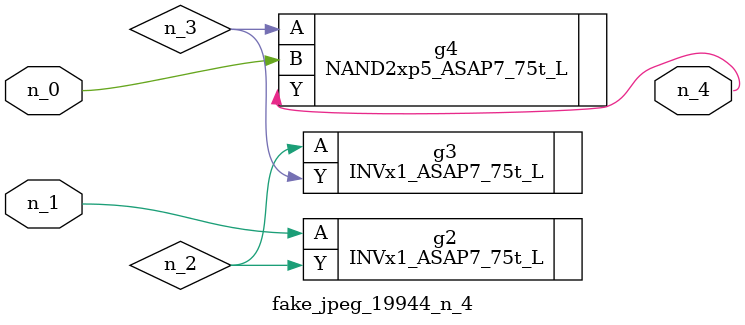
<source format=v>
module fake_jpeg_19944_n_4 (n_0, n_1, n_4);

input n_0;
input n_1;

output n_4;

wire n_3;
wire n_2;

INVx1_ASAP7_75t_L g2 ( 
.A(n_1),
.Y(n_2)
);

INVx1_ASAP7_75t_L g3 ( 
.A(n_2),
.Y(n_3)
);

NAND2xp5_ASAP7_75t_L g4 ( 
.A(n_3),
.B(n_0),
.Y(n_4)
);


endmodule
</source>
